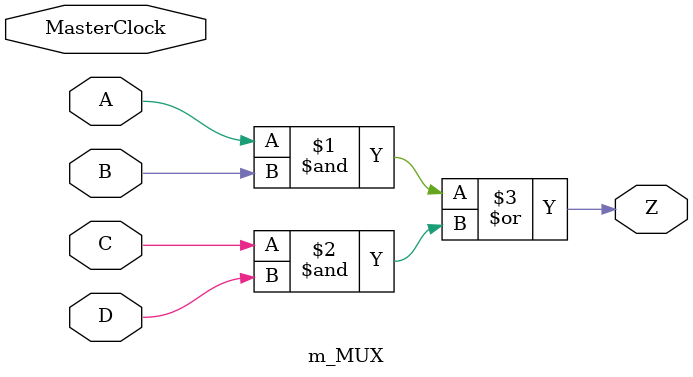
<source format=sv>
module m_MUX                                                                    //[COUNTERS.NET:00243] MODULE MUX;
(                                                                               //[COUNTERS.NET:00243] MODULE MUX;

    input    MasterClock,
    input    A,                                                                 //[COUNTERS.NET:00245] INPUTS	A,B,C,D;
    input    B,                                                                 //[COUNTERS.NET:00245] INPUTS	A,B,C,D;
    input    C,                                                                 //[COUNTERS.NET:00245] INPUTS	A,B,C,D;
    input    D,                                                                 //[COUNTERS.NET:00245] INPUTS	A,B,C,D;
    output    Z                                                                 //[COUNTERS.NET:00246] OUTPUTS	Z;
);                                                                              //[COUNTERS.NET:00243] MODULE MUX;
                                                                                //[COUNTERS.NET:00247] LEVEL FUNCTION;
wire ZL;                                                                        //[COUNTERS.NET:00250] ZL_(ZL) = AO2A(A,B,C,D);

assign ZL = ~((A & B)|(C & D));                                                 //[COUNTERS.NET:00250] ZL_(ZL) = AO2A(A,B,C,D);
assign Z = ~ZL;                                                                 //[COUNTERS.NET:00251] Z_(Z) = N1A(ZL);
endmodule                                                                       //[COUNTERS.NET:00252] END MODULE;

</source>
